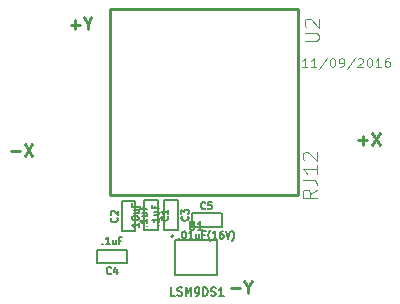
<source format=gto>
G04 #@! TF.FileFunction,Legend,Top*
%FSLAX46Y46*%
G04 Gerber Fmt 4.6, Leading zero omitted, Abs format (unit mm)*
G04 Created by KiCad (PCBNEW 4.0.6-e0-6349~53~ubuntu16.04.1) date Sun May 21 15:57:32 2017*
%MOMM*%
%LPD*%
G01*
G04 APERTURE LIST*
%ADD10C,0.150000*%
%ADD11C,0.125000*%
%ADD12C,0.250000*%
%ADD13C,0.200660*%
%ADD14C,0.127000*%
%ADD15C,0.254000*%
%ADD16C,0.175000*%
%ADD17C,0.170000*%
%ADD18C,0.099060*%
G04 APERTURE END LIST*
D10*
D11*
X161123809Y-98816667D02*
X160666666Y-98816667D01*
X160895237Y-98816667D02*
X160895237Y-98116667D01*
X160819047Y-98216667D01*
X160742856Y-98283333D01*
X160666666Y-98316667D01*
X161885714Y-98816667D02*
X161428571Y-98816667D01*
X161657142Y-98816667D02*
X161657142Y-98116667D01*
X161580952Y-98216667D01*
X161504761Y-98283333D01*
X161428571Y-98316667D01*
X162800000Y-98083333D02*
X162114285Y-98983333D01*
X163219047Y-98116667D02*
X163295238Y-98116667D01*
X163371428Y-98150000D01*
X163409523Y-98183333D01*
X163447619Y-98250000D01*
X163485714Y-98383333D01*
X163485714Y-98550000D01*
X163447619Y-98683333D01*
X163409523Y-98750000D01*
X163371428Y-98783333D01*
X163295238Y-98816667D01*
X163219047Y-98816667D01*
X163142857Y-98783333D01*
X163104761Y-98750000D01*
X163066666Y-98683333D01*
X163028571Y-98550000D01*
X163028571Y-98383333D01*
X163066666Y-98250000D01*
X163104761Y-98183333D01*
X163142857Y-98150000D01*
X163219047Y-98116667D01*
X163866666Y-98816667D02*
X164019047Y-98816667D01*
X164095238Y-98783333D01*
X164133333Y-98750000D01*
X164209524Y-98650000D01*
X164247619Y-98516667D01*
X164247619Y-98250000D01*
X164209524Y-98183333D01*
X164171428Y-98150000D01*
X164095238Y-98116667D01*
X163942857Y-98116667D01*
X163866666Y-98150000D01*
X163828571Y-98183333D01*
X163790476Y-98250000D01*
X163790476Y-98416667D01*
X163828571Y-98483333D01*
X163866666Y-98516667D01*
X163942857Y-98550000D01*
X164095238Y-98550000D01*
X164171428Y-98516667D01*
X164209524Y-98483333D01*
X164247619Y-98416667D01*
X165161905Y-98083333D02*
X164476190Y-98983333D01*
X165390476Y-98183333D02*
X165428571Y-98150000D01*
X165504762Y-98116667D01*
X165695238Y-98116667D01*
X165771428Y-98150000D01*
X165809524Y-98183333D01*
X165847619Y-98250000D01*
X165847619Y-98316667D01*
X165809524Y-98416667D01*
X165352381Y-98816667D01*
X165847619Y-98816667D01*
X166342857Y-98116667D02*
X166419048Y-98116667D01*
X166495238Y-98150000D01*
X166533333Y-98183333D01*
X166571429Y-98250000D01*
X166609524Y-98383333D01*
X166609524Y-98550000D01*
X166571429Y-98683333D01*
X166533333Y-98750000D01*
X166495238Y-98783333D01*
X166419048Y-98816667D01*
X166342857Y-98816667D01*
X166266667Y-98783333D01*
X166228571Y-98750000D01*
X166190476Y-98683333D01*
X166152381Y-98550000D01*
X166152381Y-98383333D01*
X166190476Y-98250000D01*
X166228571Y-98183333D01*
X166266667Y-98150000D01*
X166342857Y-98116667D01*
X167371429Y-98816667D02*
X166914286Y-98816667D01*
X167142857Y-98816667D02*
X167142857Y-98116667D01*
X167066667Y-98216667D01*
X166990476Y-98283333D01*
X166914286Y-98316667D01*
X168057143Y-98116667D02*
X167904762Y-98116667D01*
X167828572Y-98150000D01*
X167790477Y-98183333D01*
X167714286Y-98283333D01*
X167676191Y-98416667D01*
X167676191Y-98683333D01*
X167714286Y-98750000D01*
X167752381Y-98783333D01*
X167828572Y-98816667D01*
X167980953Y-98816667D01*
X168057143Y-98783333D01*
X168095239Y-98750000D01*
X168133334Y-98683333D01*
X168133334Y-98516667D01*
X168095239Y-98450000D01*
X168057143Y-98416667D01*
X167980953Y-98383333D01*
X167828572Y-98383333D01*
X167752381Y-98416667D01*
X167714286Y-98450000D01*
X167676191Y-98516667D01*
D12*
X136042857Y-105971429D02*
X136804762Y-105971429D01*
X137185714Y-105352381D02*
X137852381Y-106352381D01*
X137852381Y-105352381D02*
X137185714Y-106352381D01*
X154690476Y-117571429D02*
X155452381Y-117571429D01*
X156119047Y-117476190D02*
X156119047Y-117952381D01*
X155785714Y-116952381D02*
X156119047Y-117476190D01*
X156452381Y-116952381D01*
X165442857Y-105071429D02*
X166204762Y-105071429D01*
X165823810Y-105452381D02*
X165823810Y-104690476D01*
X166585714Y-104452381D02*
X167252381Y-105452381D01*
X167252381Y-104452381D02*
X166585714Y-105452381D01*
X141090476Y-95271429D02*
X141852381Y-95271429D01*
X141471429Y-95652381D02*
X141471429Y-94890476D01*
X142519047Y-95176190D02*
X142519047Y-95652381D01*
X142185714Y-94652381D02*
X142519047Y-95176190D01*
X142852381Y-94652381D01*
D10*
X149800000Y-113200000D02*
G75*
G03X149800000Y-113200000I-100000J0D01*
G01*
D13*
X153450000Y-113500000D02*
X153450000Y-116500000D01*
X153450000Y-116500000D02*
X149950000Y-116500000D01*
X149950000Y-113500000D02*
X149950000Y-116500000D01*
X149950000Y-113500000D02*
X153450000Y-113500000D01*
D14*
X151350000Y-111230000D02*
X153850000Y-111230000D01*
X153870000Y-111230000D02*
X153870000Y-112370000D01*
X153850000Y-112370000D02*
X151350000Y-112370000D01*
X151330000Y-112370000D02*
X151330000Y-111230000D01*
X150170000Y-110150000D02*
X150170000Y-112650000D01*
X150170000Y-112670000D02*
X149030000Y-112670000D01*
X149030000Y-112650000D02*
X149030000Y-110150000D01*
X149030000Y-110130000D02*
X150170000Y-110130000D01*
X145430000Y-112750000D02*
X145430000Y-110250000D01*
X145430000Y-110230000D02*
X146570000Y-110230000D01*
X146570000Y-110250000D02*
X146570000Y-112750000D01*
X146570000Y-112770000D02*
X145430000Y-112770000D01*
D15*
X144460000Y-109700000D02*
X144460000Y-93900000D01*
X144460000Y-93900000D02*
X160340000Y-93900000D01*
X160340000Y-93900000D02*
X160340000Y-109700000D01*
X160340000Y-109700000D02*
X144460000Y-109700000D01*
D14*
X145850000Y-115470000D02*
X143350000Y-115470000D01*
X143330000Y-115470000D02*
X143330000Y-114330000D01*
X143350000Y-114330000D02*
X145850000Y-114330000D01*
X145870000Y-114330000D02*
X145870000Y-115470000D01*
X148470000Y-110150000D02*
X148470000Y-112650000D01*
X148470000Y-112670000D02*
X147330000Y-112670000D01*
X147330000Y-112650000D02*
X147330000Y-110150000D01*
X147330000Y-110130000D02*
X148470000Y-110130000D01*
D16*
X151166667Y-111916667D02*
X151166667Y-112483333D01*
X151200000Y-112550000D01*
X151233333Y-112583333D01*
X151300000Y-112616667D01*
X151433333Y-112616667D01*
X151500000Y-112583333D01*
X151533333Y-112550000D01*
X151566667Y-112483333D01*
X151566667Y-111916667D01*
X152266666Y-112616667D02*
X151866666Y-112616667D01*
X152066666Y-112616667D02*
X152066666Y-111916667D01*
X152000000Y-112016667D01*
X151933333Y-112083333D01*
X151866666Y-112116667D01*
D17*
X149933333Y-118216667D02*
X149600000Y-118216667D01*
X149600000Y-117516667D01*
X150133333Y-118183333D02*
X150233333Y-118216667D01*
X150400000Y-118216667D01*
X150466667Y-118183333D01*
X150500000Y-118150000D01*
X150533333Y-118083333D01*
X150533333Y-118016667D01*
X150500000Y-117950000D01*
X150466667Y-117916667D01*
X150400000Y-117883333D01*
X150266667Y-117850000D01*
X150200000Y-117816667D01*
X150166667Y-117783333D01*
X150133333Y-117716667D01*
X150133333Y-117650000D01*
X150166667Y-117583333D01*
X150200000Y-117550000D01*
X150266667Y-117516667D01*
X150433333Y-117516667D01*
X150533333Y-117550000D01*
X150833334Y-118216667D02*
X150833334Y-117516667D01*
X151066667Y-118016667D01*
X151300000Y-117516667D01*
X151300000Y-118216667D01*
X151666667Y-118216667D02*
X151800000Y-118216667D01*
X151866667Y-118183333D01*
X151900000Y-118150000D01*
X151966667Y-118050000D01*
X152000000Y-117916667D01*
X152000000Y-117650000D01*
X151966667Y-117583333D01*
X151933334Y-117550000D01*
X151866667Y-117516667D01*
X151733334Y-117516667D01*
X151666667Y-117550000D01*
X151633334Y-117583333D01*
X151600000Y-117650000D01*
X151600000Y-117816667D01*
X151633334Y-117883333D01*
X151666667Y-117916667D01*
X151733334Y-117950000D01*
X151866667Y-117950000D01*
X151933334Y-117916667D01*
X151966667Y-117883333D01*
X152000000Y-117816667D01*
X152300001Y-118216667D02*
X152300001Y-117516667D01*
X152466667Y-117516667D01*
X152566667Y-117550000D01*
X152633334Y-117616667D01*
X152666667Y-117683333D01*
X152700001Y-117816667D01*
X152700001Y-117916667D01*
X152666667Y-118050000D01*
X152633334Y-118116667D01*
X152566667Y-118183333D01*
X152466667Y-118216667D01*
X152300001Y-118216667D01*
X152966667Y-118183333D02*
X153066667Y-118216667D01*
X153233334Y-118216667D01*
X153300001Y-118183333D01*
X153333334Y-118150000D01*
X153366667Y-118083333D01*
X153366667Y-118016667D01*
X153333334Y-117950000D01*
X153300001Y-117916667D01*
X153233334Y-117883333D01*
X153100001Y-117850000D01*
X153033334Y-117816667D01*
X153000001Y-117783333D01*
X152966667Y-117716667D01*
X152966667Y-117650000D01*
X153000001Y-117583333D01*
X153033334Y-117550000D01*
X153100001Y-117516667D01*
X153266667Y-117516667D01*
X153366667Y-117550000D01*
X154033334Y-118216667D02*
X153633334Y-118216667D01*
X153833334Y-118216667D02*
X153833334Y-117516667D01*
X153766668Y-117616667D01*
X153700001Y-117683333D01*
X153633334Y-117716667D01*
D10*
X152500000Y-110814286D02*
X152471429Y-110842857D01*
X152385715Y-110871429D01*
X152328572Y-110871429D01*
X152242857Y-110842857D01*
X152185715Y-110785714D01*
X152157143Y-110728571D01*
X152128572Y-110614286D01*
X152128572Y-110528571D01*
X152157143Y-110414286D01*
X152185715Y-110357143D01*
X152242857Y-110300000D01*
X152328572Y-110271429D01*
X152385715Y-110271429D01*
X152471429Y-110300000D01*
X152500000Y-110328571D01*
X153042857Y-110271429D02*
X152757143Y-110271429D01*
X152728572Y-110557143D01*
X152757143Y-110528571D01*
X152814286Y-110500000D01*
X152957143Y-110500000D01*
X153014286Y-110528571D01*
X153042857Y-110557143D01*
X153071429Y-110614286D01*
X153071429Y-110757143D01*
X153042857Y-110814286D01*
X153014286Y-110842857D01*
X152957143Y-110871429D01*
X152814286Y-110871429D01*
X152757143Y-110842857D01*
X152728572Y-110814286D01*
X150271428Y-113314286D02*
X150300000Y-113342857D01*
X150271428Y-113371429D01*
X150242857Y-113342857D01*
X150271428Y-113314286D01*
X150271428Y-113371429D01*
X150671428Y-112771429D02*
X150728571Y-112771429D01*
X150785714Y-112800000D01*
X150814285Y-112828571D01*
X150842856Y-112885714D01*
X150871428Y-113000000D01*
X150871428Y-113142857D01*
X150842856Y-113257143D01*
X150814285Y-113314286D01*
X150785714Y-113342857D01*
X150728571Y-113371429D01*
X150671428Y-113371429D01*
X150614285Y-113342857D01*
X150585714Y-113314286D01*
X150557142Y-113257143D01*
X150528571Y-113142857D01*
X150528571Y-113000000D01*
X150557142Y-112885714D01*
X150585714Y-112828571D01*
X150614285Y-112800000D01*
X150671428Y-112771429D01*
X151442857Y-113371429D02*
X151100000Y-113371429D01*
X151271428Y-113371429D02*
X151271428Y-112771429D01*
X151214285Y-112857143D01*
X151157143Y-112914286D01*
X151100000Y-112942857D01*
X151957143Y-112971429D02*
X151957143Y-113371429D01*
X151700000Y-112971429D02*
X151700000Y-113285714D01*
X151728572Y-113342857D01*
X151785714Y-113371429D01*
X151871429Y-113371429D01*
X151928572Y-113342857D01*
X151957143Y-113314286D01*
X152442857Y-113057143D02*
X152242857Y-113057143D01*
X152242857Y-113371429D02*
X152242857Y-112771429D01*
X152528571Y-112771429D01*
X152928572Y-113600000D02*
X152900000Y-113571429D01*
X152842857Y-113485714D01*
X152814286Y-113428571D01*
X152785715Y-113342857D01*
X152757143Y-113200000D01*
X152757143Y-113085714D01*
X152785715Y-112942857D01*
X152814286Y-112857143D01*
X152842857Y-112800000D01*
X152900000Y-112714286D01*
X152928572Y-112685714D01*
X153471429Y-113371429D02*
X153128572Y-113371429D01*
X153300000Y-113371429D02*
X153300000Y-112771429D01*
X153242857Y-112857143D01*
X153185715Y-112914286D01*
X153128572Y-112942857D01*
X153985715Y-112771429D02*
X153871429Y-112771429D01*
X153814286Y-112800000D01*
X153785715Y-112828571D01*
X153728572Y-112914286D01*
X153700001Y-113028571D01*
X153700001Y-113257143D01*
X153728572Y-113314286D01*
X153757144Y-113342857D01*
X153814286Y-113371429D01*
X153928572Y-113371429D01*
X153985715Y-113342857D01*
X154014286Y-113314286D01*
X154042858Y-113257143D01*
X154042858Y-113114286D01*
X154014286Y-113057143D01*
X153985715Y-113028571D01*
X153928572Y-113000000D01*
X153814286Y-113000000D01*
X153757144Y-113028571D01*
X153728572Y-113057143D01*
X153700001Y-113114286D01*
X154214287Y-112771429D02*
X154414287Y-113371429D01*
X154614287Y-112771429D01*
X154757144Y-113600000D02*
X154785716Y-113571429D01*
X154842859Y-113485714D01*
X154871430Y-113428571D01*
X154900001Y-113342857D01*
X154928573Y-113200000D01*
X154928573Y-113085714D01*
X154900001Y-112942857D01*
X154871430Y-112857143D01*
X154842859Y-112800000D01*
X154785716Y-112714286D01*
X154757144Y-112685714D01*
X151014286Y-111500000D02*
X151042857Y-111528571D01*
X151071429Y-111614285D01*
X151071429Y-111671428D01*
X151042857Y-111757143D01*
X150985714Y-111814285D01*
X150928571Y-111842857D01*
X150814286Y-111871428D01*
X150728571Y-111871428D01*
X150614286Y-111842857D01*
X150557143Y-111814285D01*
X150500000Y-111757143D01*
X150471429Y-111671428D01*
X150471429Y-111614285D01*
X150500000Y-111528571D01*
X150528571Y-111500000D01*
X150471429Y-111300000D02*
X150471429Y-110928571D01*
X150700000Y-111128571D01*
X150700000Y-111042857D01*
X150728571Y-110985714D01*
X150757143Y-110957143D01*
X150814286Y-110928571D01*
X150957143Y-110928571D01*
X151014286Y-110957143D01*
X151042857Y-110985714D01*
X151071429Y-111042857D01*
X151071429Y-111214285D01*
X151042857Y-111271428D01*
X151014286Y-111300000D01*
X148514286Y-112214286D02*
X148542857Y-112185714D01*
X148571429Y-112214286D01*
X148542857Y-112242857D01*
X148514286Y-112214286D01*
X148571429Y-112214286D01*
X148571429Y-111614286D02*
X148571429Y-111957143D01*
X148571429Y-111785715D02*
X147971429Y-111785715D01*
X148057143Y-111842858D01*
X148114286Y-111900000D01*
X148142857Y-111957143D01*
X148171429Y-111100000D02*
X148571429Y-111100000D01*
X148171429Y-111357143D02*
X148485714Y-111357143D01*
X148542857Y-111328571D01*
X148571429Y-111271429D01*
X148571429Y-111185714D01*
X148542857Y-111128571D01*
X148514286Y-111100000D01*
X148257143Y-110614286D02*
X148257143Y-110814286D01*
X148571429Y-110814286D02*
X147971429Y-110814286D01*
X147971429Y-110528572D01*
X145014286Y-111600000D02*
X145042857Y-111628571D01*
X145071429Y-111714285D01*
X145071429Y-111771428D01*
X145042857Y-111857143D01*
X144985714Y-111914285D01*
X144928571Y-111942857D01*
X144814286Y-111971428D01*
X144728571Y-111971428D01*
X144614286Y-111942857D01*
X144557143Y-111914285D01*
X144500000Y-111857143D01*
X144471429Y-111771428D01*
X144471429Y-111714285D01*
X144500000Y-111628571D01*
X144528571Y-111600000D01*
X144528571Y-111371428D02*
X144500000Y-111342857D01*
X144471429Y-111285714D01*
X144471429Y-111142857D01*
X144500000Y-111085714D01*
X144528571Y-111057143D01*
X144585714Y-111028571D01*
X144642857Y-111028571D01*
X144728571Y-111057143D01*
X145071429Y-111400000D01*
X145071429Y-111028571D01*
X147514286Y-112314286D02*
X147542857Y-112285714D01*
X147571429Y-112314286D01*
X147542857Y-112342857D01*
X147514286Y-112314286D01*
X147571429Y-112314286D01*
X147571429Y-111714286D02*
X147571429Y-112057143D01*
X147571429Y-111885715D02*
X146971429Y-111885715D01*
X147057143Y-111942858D01*
X147114286Y-112000000D01*
X147142857Y-112057143D01*
X147171429Y-111200000D02*
X147571429Y-111200000D01*
X147171429Y-111457143D02*
X147485714Y-111457143D01*
X147542857Y-111428571D01*
X147571429Y-111371429D01*
X147571429Y-111285714D01*
X147542857Y-111228571D01*
X147514286Y-111200000D01*
X147257143Y-110714286D02*
X147257143Y-110914286D01*
X147571429Y-110914286D02*
X146971429Y-110914286D01*
X146971429Y-110628572D01*
D18*
X160912857Y-96654286D02*
X161884286Y-96654286D01*
X161998571Y-96597143D01*
X162055714Y-96540000D01*
X162112857Y-96425714D01*
X162112857Y-96197143D01*
X162055714Y-96082857D01*
X161998571Y-96025714D01*
X161884286Y-95968571D01*
X160912857Y-95968571D01*
X161027143Y-95454286D02*
X160970000Y-95397143D01*
X160912857Y-95282857D01*
X160912857Y-94997143D01*
X160970000Y-94882857D01*
X161027143Y-94825714D01*
X161141429Y-94768571D01*
X161255714Y-94768571D01*
X161427143Y-94825714D01*
X162112857Y-95511428D01*
X162112857Y-94768571D01*
X161932857Y-109238571D02*
X161361429Y-109638571D01*
X161932857Y-109924286D02*
X160732857Y-109924286D01*
X160732857Y-109467143D01*
X160790000Y-109352857D01*
X160847143Y-109295714D01*
X160961429Y-109238571D01*
X161132857Y-109238571D01*
X161247143Y-109295714D01*
X161304286Y-109352857D01*
X161361429Y-109467143D01*
X161361429Y-109924286D01*
X160732857Y-108381429D02*
X161590000Y-108381429D01*
X161761429Y-108438571D01*
X161875714Y-108552857D01*
X161932857Y-108724286D01*
X161932857Y-108838571D01*
X161932857Y-107181428D02*
X161932857Y-107867143D01*
X161932857Y-107524285D02*
X160732857Y-107524285D01*
X160904286Y-107638571D01*
X161018571Y-107752857D01*
X161075714Y-107867143D01*
X160847143Y-106724286D02*
X160790000Y-106667143D01*
X160732857Y-106552857D01*
X160732857Y-106267143D01*
X160790000Y-106152857D01*
X160847143Y-106095714D01*
X160961429Y-106038571D01*
X161075714Y-106038571D01*
X161247143Y-106095714D01*
X161932857Y-106781428D01*
X161932857Y-106038571D01*
D10*
X144500000Y-116314286D02*
X144471429Y-116342857D01*
X144385715Y-116371429D01*
X144328572Y-116371429D01*
X144242857Y-116342857D01*
X144185715Y-116285714D01*
X144157143Y-116228571D01*
X144128572Y-116114286D01*
X144128572Y-116028571D01*
X144157143Y-115914286D01*
X144185715Y-115857143D01*
X144242857Y-115800000D01*
X144328572Y-115771429D01*
X144385715Y-115771429D01*
X144471429Y-115800000D01*
X144500000Y-115828571D01*
X145014286Y-115971429D02*
X145014286Y-116371429D01*
X144871429Y-115742857D02*
X144728572Y-116171429D01*
X145100000Y-116171429D01*
X143785714Y-113814286D02*
X143814286Y-113842857D01*
X143785714Y-113871429D01*
X143757143Y-113842857D01*
X143785714Y-113814286D01*
X143785714Y-113871429D01*
X144385714Y-113871429D02*
X144042857Y-113871429D01*
X144214285Y-113871429D02*
X144214285Y-113271429D01*
X144157142Y-113357143D01*
X144100000Y-113414286D01*
X144042857Y-113442857D01*
X144900000Y-113471429D02*
X144900000Y-113871429D01*
X144642857Y-113471429D02*
X144642857Y-113785714D01*
X144671429Y-113842857D01*
X144728571Y-113871429D01*
X144814286Y-113871429D01*
X144871429Y-113842857D01*
X144900000Y-113814286D01*
X145385714Y-113557143D02*
X145185714Y-113557143D01*
X145185714Y-113871429D02*
X145185714Y-113271429D01*
X145471428Y-113271429D01*
X149314286Y-111500000D02*
X149342857Y-111528571D01*
X149371429Y-111614285D01*
X149371429Y-111671428D01*
X149342857Y-111757143D01*
X149285714Y-111814285D01*
X149228571Y-111842857D01*
X149114286Y-111871428D01*
X149028571Y-111871428D01*
X148914286Y-111842857D01*
X148857143Y-111814285D01*
X148800000Y-111757143D01*
X148771429Y-111671428D01*
X148771429Y-111614285D01*
X148800000Y-111528571D01*
X148828571Y-111500000D01*
X149371429Y-110928571D02*
X149371429Y-111271428D01*
X149371429Y-111100000D02*
X148771429Y-111100000D01*
X148857143Y-111157143D01*
X148914286Y-111214285D01*
X148942857Y-111271428D01*
X146871429Y-112042857D02*
X146871429Y-112385714D01*
X146871429Y-112214286D02*
X146271429Y-112214286D01*
X146357143Y-112271429D01*
X146414286Y-112328571D01*
X146442857Y-112385714D01*
X146271429Y-111671428D02*
X146271429Y-111614285D01*
X146300000Y-111557142D01*
X146328571Y-111528571D01*
X146385714Y-111500000D01*
X146500000Y-111471428D01*
X146642857Y-111471428D01*
X146757143Y-111500000D01*
X146814286Y-111528571D01*
X146842857Y-111557142D01*
X146871429Y-111614285D01*
X146871429Y-111671428D01*
X146842857Y-111728571D01*
X146814286Y-111757142D01*
X146757143Y-111785714D01*
X146642857Y-111814285D01*
X146500000Y-111814285D01*
X146385714Y-111785714D01*
X146328571Y-111757142D01*
X146300000Y-111728571D01*
X146271429Y-111671428D01*
X146471429Y-110957142D02*
X146871429Y-110957142D01*
X146471429Y-111214285D02*
X146785714Y-111214285D01*
X146842857Y-111185713D01*
X146871429Y-111128571D01*
X146871429Y-111042856D01*
X146842857Y-110985713D01*
X146814286Y-110957142D01*
X146557143Y-110471428D02*
X146557143Y-110671428D01*
X146871429Y-110671428D02*
X146271429Y-110671428D01*
X146271429Y-110385714D01*
M02*

</source>
